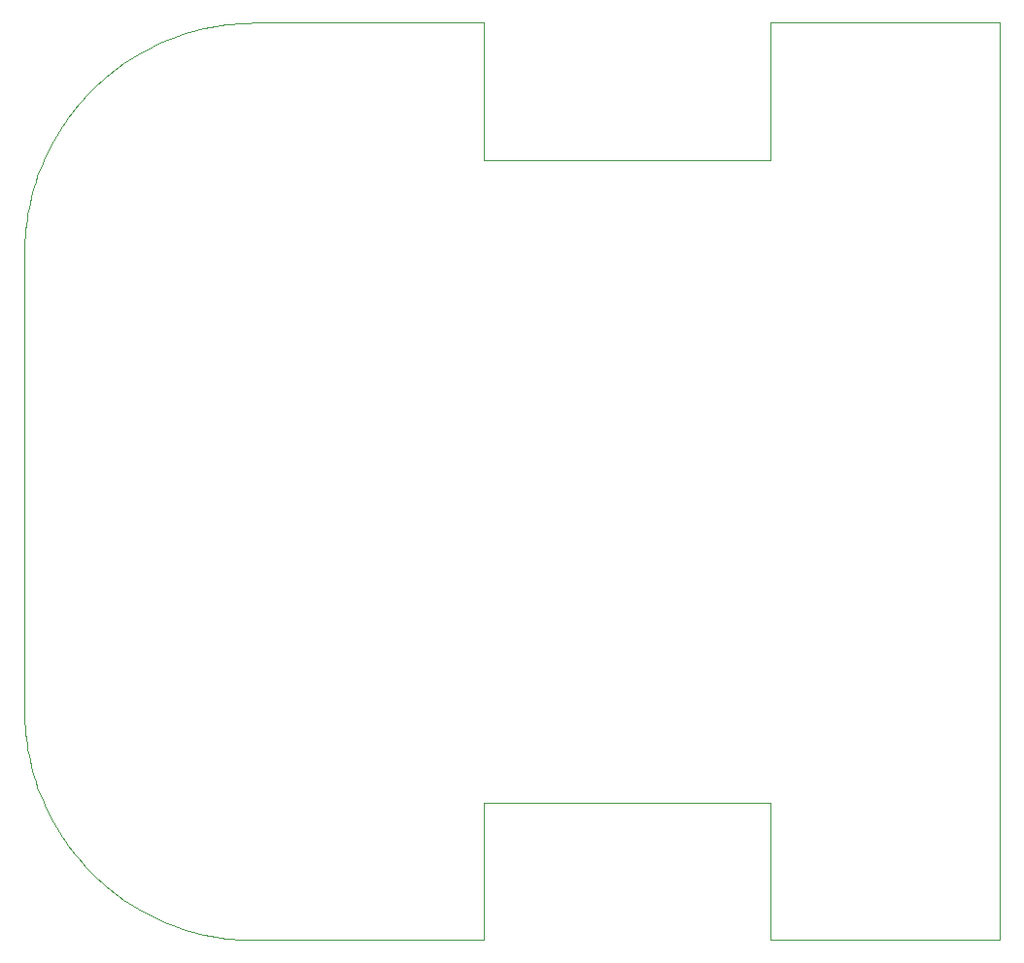
<source format=gbp>
G75*
%MOIN*%
%OFA0B0*%
%FSLAX25Y25*%
%IPPOS*%
%LPD*%
%AMOC8*
5,1,8,0,0,1.08239X$1,22.5*
%
%ADD10C,0.00000*%
D10*
X0105631Y0113505D02*
X0105631Y0270985D01*
X0105654Y0272888D01*
X0105723Y0274789D01*
X0105838Y0276689D01*
X0105999Y0278585D01*
X0106205Y0280476D01*
X0106457Y0282362D01*
X0106755Y0284241D01*
X0107098Y0286113D01*
X0107486Y0287976D01*
X0107919Y0289829D01*
X0108397Y0291671D01*
X0108919Y0293500D01*
X0109485Y0295317D01*
X0110095Y0297119D01*
X0110748Y0298907D01*
X0111444Y0300677D01*
X0112183Y0302431D01*
X0112964Y0304166D01*
X0113786Y0305882D01*
X0114650Y0307577D01*
X0115555Y0309251D01*
X0116500Y0310903D01*
X0117484Y0312531D01*
X0118507Y0314136D01*
X0119569Y0315714D01*
X0120669Y0317267D01*
X0121806Y0318793D01*
X0122979Y0320291D01*
X0124189Y0321760D01*
X0125433Y0323199D01*
X0126712Y0324608D01*
X0128025Y0325986D01*
X0129370Y0327331D01*
X0130748Y0328644D01*
X0132157Y0329923D01*
X0133596Y0331167D01*
X0135065Y0332377D01*
X0136563Y0333550D01*
X0138089Y0334687D01*
X0139642Y0335787D01*
X0141220Y0336849D01*
X0142825Y0337872D01*
X0144453Y0338856D01*
X0146105Y0339801D01*
X0147779Y0340706D01*
X0149474Y0341570D01*
X0151190Y0342392D01*
X0152925Y0343173D01*
X0154679Y0343912D01*
X0156449Y0344608D01*
X0158237Y0345261D01*
X0160039Y0345871D01*
X0161856Y0346437D01*
X0163685Y0346959D01*
X0165527Y0347437D01*
X0167380Y0347870D01*
X0169243Y0348258D01*
X0171115Y0348601D01*
X0172994Y0348899D01*
X0174880Y0349151D01*
X0176771Y0349357D01*
X0178667Y0349518D01*
X0180567Y0349633D01*
X0182468Y0349702D01*
X0184371Y0349725D01*
X0263111Y0349725D01*
X0263111Y0302481D01*
X0361536Y0302481D01*
X0361536Y0349725D01*
X0440276Y0349725D01*
X0440276Y0034765D01*
X0361536Y0034765D01*
X0361536Y0082009D01*
X0263111Y0082009D01*
X0263111Y0034765D01*
X0184371Y0034765D01*
X0182468Y0034788D01*
X0180567Y0034857D01*
X0178667Y0034972D01*
X0176771Y0035133D01*
X0174880Y0035339D01*
X0172994Y0035591D01*
X0171115Y0035889D01*
X0169243Y0036232D01*
X0167380Y0036620D01*
X0165527Y0037053D01*
X0163685Y0037531D01*
X0161856Y0038053D01*
X0160039Y0038619D01*
X0158237Y0039229D01*
X0156449Y0039882D01*
X0154679Y0040578D01*
X0152925Y0041317D01*
X0151190Y0042098D01*
X0149474Y0042920D01*
X0147779Y0043784D01*
X0146105Y0044689D01*
X0144453Y0045634D01*
X0142825Y0046618D01*
X0141220Y0047641D01*
X0139642Y0048703D01*
X0138089Y0049803D01*
X0136563Y0050940D01*
X0135065Y0052113D01*
X0133596Y0053323D01*
X0132157Y0054567D01*
X0130748Y0055846D01*
X0129370Y0057159D01*
X0128025Y0058504D01*
X0126712Y0059882D01*
X0125433Y0061291D01*
X0124189Y0062730D01*
X0122979Y0064199D01*
X0121806Y0065697D01*
X0120669Y0067223D01*
X0119569Y0068776D01*
X0118507Y0070354D01*
X0117484Y0071959D01*
X0116500Y0073587D01*
X0115555Y0075239D01*
X0114650Y0076913D01*
X0113786Y0078608D01*
X0112964Y0080324D01*
X0112183Y0082059D01*
X0111444Y0083813D01*
X0110748Y0085583D01*
X0110095Y0087371D01*
X0109485Y0089173D01*
X0108919Y0090990D01*
X0108397Y0092819D01*
X0107919Y0094661D01*
X0107486Y0096514D01*
X0107098Y0098377D01*
X0106755Y0100249D01*
X0106457Y0102128D01*
X0106205Y0104014D01*
X0105999Y0105905D01*
X0105838Y0107801D01*
X0105723Y0109701D01*
X0105654Y0111602D01*
X0105631Y0113505D01*
M02*

</source>
